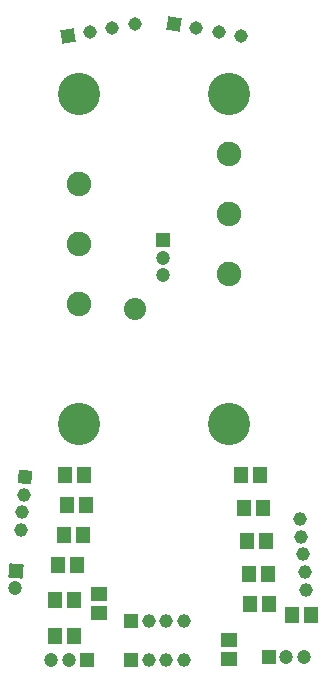
<source format=gbr>
%FSTAX23Y23*%
%MOMM*%
%SFA1B1*%

%IPPOS*%
%AMD25*
4,1,4,-0.650240,-0.546100,0.546100,-0.650240,0.650240,0.546100,-0.546100,0.650240,-0.650240,-0.546100,0.0*
%
%AMD26*
4,1,4,-0.622300,-0.520700,0.520700,-0.622300,0.622300,0.520700,-0.520700,0.622300,-0.622300,-0.520700,0.0*
%
%AMD39*
4,1,4,-0.662940,-0.464820,0.464820,-0.662940,0.662940,0.464820,-0.464820,0.662940,-0.662940,-0.464820,0.0*
%
%AMD42*
4,1,4,-0.464820,-0.662940,0.662940,-0.464820,0.464820,0.662940,-0.662940,0.464820,-0.464820,-0.662940,0.0*
%
%ADD15R,1.304637X1.456197*%
%ADD19R,1.199998X1.199998*%
%ADD20C,1.199998*%
%ADD21C,1.149998*%
%ADD23R,1.149998X1.149998*%
%ADD24R,1.199998X1.199998*%
G04~CAMADD=25~10~0.0~472.4~0.0~0.0~0.0~0.0~0~0.0~0.0~0.0~0.0~0~0.0~0.0~0.0~0.0~0~0.0~0.0~0.0~175.0~472.4~0.0*
%ADD25D25*%
G04~CAMADD=26~10~0.0~452.8~0.0~0.0~0.0~0.0~0~0.0~0.0~0.0~0.0~0~0.0~0.0~0.0~0.0~0~0.0~0.0~0.0~175.0~452.8~0.0*
%ADD26D26*%
%ADD31R,1.456197X1.304637*%
%ADD38C,1.145998*%
G04~CAMADD=39~10~0.0~451.2~0.0~0.0~0.0~0.0~0~0.0~0.0~0.0~0.0~0~0.0~0.0~0.0~0.0~0~0.0~0.0~0.0~170.0~451.2~0.0*
%ADD39D39*%
%ADD40C,2.075996*%
%ADD41C,1.875996*%
G04~CAMADD=42~10~0.0~451.2~0.0~0.0~0.0~0.0~0~0.0~0.0~0.0~0.0~0~0.0~0.0~0.0~0.0~0~0.0~0.0~0.0~190.0~451.2~0.0*
%ADD42D42*%
%ADD43C,3.575993*%
%LNflightstick_trigger_rightv2_soldermask_bot-1*%
%LPD*%
G54D15*
X06901Y-44069D03*
X03345Y-4318D03*
X03302Y-4064D03*
X03091Y-37846D03*
X02837Y-35052D03*
X02583Y-32258D03*
X0529Y-44069D03*
X-12275Y-32258D03*
X-13886D03*
X-12104Y-34798D03*
X-13716D03*
X01226Y-35052D03*
X0148Y-37846D03*
X0169Y-4064D03*
X01734Y-4318D03*
X-13164Y-42799D03*
X-14775D03*
X-12402Y-37338D03*
X-14013D03*
X00972Y-32258D03*
X-1291Y-39878D03*
X-14521D03*
X-14775Y-45847D03*
X-13164D03*
G54D19*
X03325Y-47625D03*
X-12088Y-47879D03*
G54D20*
X06325Y-47625D03*
X-15088Y-47879D03*
X-13589D03*
X04826Y-47625D03*
X-05645Y-15342D03*
Y-13843D03*
X-18166Y-41855D03*
G54D21*
X06488Y-41947D03*
X06357Y-40453D03*
X06226Y-38959D03*
X06096Y-37465D03*
X05965Y-3597D03*
X-06833Y-47879D03*
X-05334D03*
X-03833D03*
X-17674Y-36903D03*
X-17543Y-35409D03*
X-17412Y-33914D03*
X-03845Y-44634D03*
X-05345D03*
X-06845D03*
G54D23*
X-08333Y-47879D03*
X-08345Y-44634D03*
G54D24*
X-05645Y-12342D03*
G54D25*
X-18035Y-40361D03*
G54D26*
X-17281Y-3242D03*
G54D31*
X0Y-47795D03*
Y-46184D03*
X-11049Y-43902D03*
Y-42291D03*
G54D38*
X00958Y04926D03*
X-00917Y05257D03*
X-02794Y05588D03*
X-11782Y05257D03*
X-09906Y05588D03*
X-08029Y05918D03*
G54D39*
X-0467Y05918D03*
G54D40*
X0Y-1524D03*
Y-1016D03*
Y-0508D03*
X-127Y-0762D03*
Y-127D03*
Y-1778D03*
G54D41*
X-08001Y-18161D03*
G54D42*
X-13658Y04926D03*
G54D43*
X-127Y-2794D03*
X0D03*
X-127Y0D03*
X0D03*
M02*
</source>
